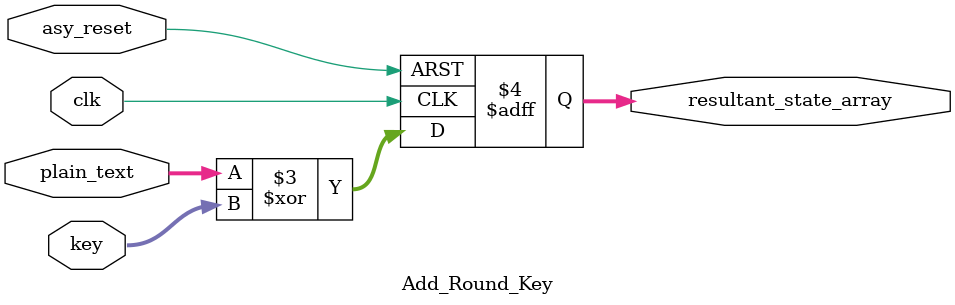
<source format=v>
module Add_Round_Key 
(
    input              clk,
    input              asy_reset,
    input      [127:0] plain_text,
    input      [127:0] key,
    output     [127:0] resultant_state_array
);

always@(posedge clk or negedge asy_reset)
begin
    if(!asy_reset)
    begin
        resultant_state_array <= 128'h0;
    end

    else 
    begin
        resultant_state_array = plain_text ^ key;

    end
end


endmodule



</source>
